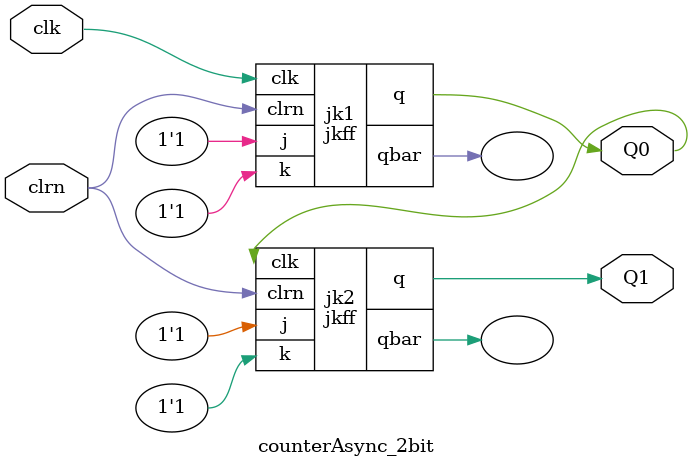
<source format=v>
module jkff 
(
    output q, qbar,
    input  j, k, clk ,clrn // clrn 給 0 驅動
);                         //負緣觸發

    wire cbar;    
    wire a, b;    
    wire y, ybar; 
    wire c, d;    

    not  (cbar, clk);

    nand (a, j, clk, clrn, qbar);
    nand (b, k, clk, q);

    nand (y, a, ybar);
    nand (ybar, b, y,clrn);

    nand (c, y, cbar);
    nand (d, ybar, cbar);

    nand (q, c, qbar);
    nand (qbar, d, q,clrn);
endmodule

module counterAsync_2bit (Q1,Q0,clk,clrn);//Q1 MSB
    output Q1,Q0;
    input clk,clrn;
    jkff jk1( .q(Q0), .qbar() , .j(1'd1), .k(1'd1) , .clk(clk), .clrn(clrn)); //left one
    jkff jk2( .q(Q1), .qbar() , .j(1'd1), .k(1'd1) , .clk(Q0), .clrn(clrn)); //right one
endmodule
</source>
